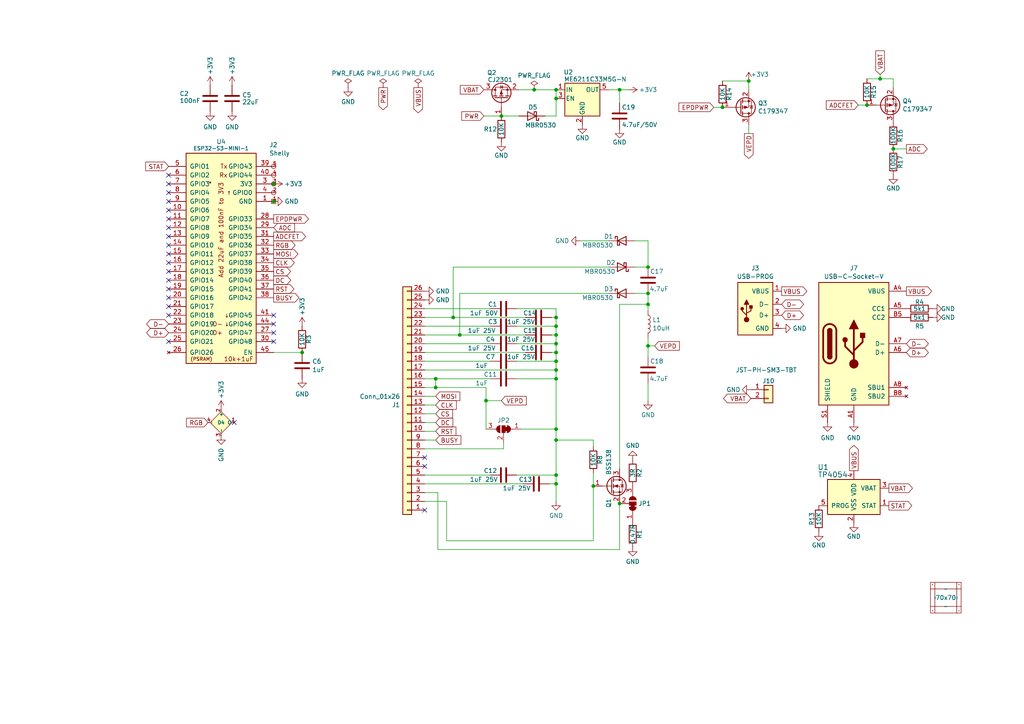
<source format=kicad_sch>
(kicad_sch (version 20230121) (generator eeschema)
  (paper "A4")
  (title_block (title "Waveshare EPD adapter") (rev "1") (comment 1 "@TheRealRevK") (comment 2 "www.me.uk"))
  (lib_symbols
    (symbol "Connector_Generic:Conn_01x02" (pin_names (offset 1.016) hide)
      (property "Reference" "J" (at 0 2.54 0))
      (property "Value" "Conn_01x02" (at 0 -5.08 0))
      (symbol "Conn_01x02_1_1"
        (pin passive line (at -5.08 0 0) (length 3.81) (name "Pin_1") (number "1"))
        (pin passive line (at -5.08 -2.54 0) (length 3.81) (name "Pin_2") (number "2"))
      )
    )
    (symbol "Connector_Generic:Conn_01x26" (pin_names (offset 1.016) hide)
      (property "Reference" "J" (at 0 33.02 0))
      (property "Value" "Conn_01x26" (at 0 -35.56 0))
      (symbol "Conn_01x26_1_1"
        (pin passive line (at -5.08 30.48 0) (length 3.81) (name "Pin_1") (number "1"))
        (pin passive line (at -5.08 7.62 0) (length 3.81) (name "Pin_10") (number "10"))
        (pin passive line (at -5.08 5.08 0) (length 3.81) (name "Pin_11") (number "11"))
        (pin passive line (at -5.08 2.54 0) (length 3.81) (name "Pin_12") (number "12"))
        (pin passive line (at -5.08 0 0) (length 3.81) (name "Pin_13") (number "13"))
        (pin passive line (at -5.08 -2.54 0) (length 3.81) (name "Pin_14") (number "14"))
        (pin passive line (at -5.08 -5.08 0) (length 3.81) (name "Pin_15") (number "15"))
        (pin passive line (at -5.08 -7.62 0) (length 3.81) (name "Pin_16") (number "16"))
        (pin passive line (at -5.08 -10.16 0) (length 3.81) (name "Pin_17") (number "17"))
        (pin passive line (at -5.08 -12.7 0) (length 3.81) (name "Pin_18") (number "18"))
        (pin passive line (at -5.08 -15.24 0) (length 3.81) (name "Pin_19") (number "19"))
        (pin passive line (at -5.08 27.94 0) (length 3.81) (name "Pin_2") (number "2"))
        (pin passive line (at -5.08 -17.78 0) (length 3.81) (name "Pin_20") (number "20"))
        (pin passive line (at -5.08 -20.32 0) (length 3.81) (name "Pin_21") (number "21"))
        (pin passive line (at -5.08 -22.86 0) (length 3.81) (name "Pin_22") (number "22"))
        (pin passive line (at -5.08 -25.4 0) (length 3.81) (name "Pin_23") (number "23"))
        (pin passive line (at -5.08 -27.94 0) (length 3.81) (name "Pin_24") (number "24"))
        (pin passive line (at -5.08 -30.48 0) (length 3.81) (name "Pin_25") (number "25"))
        (pin passive line (at -5.08 -33.02 0) (length 3.81) (name "Pin_26") (number "26"))
        (pin passive line (at -5.08 25.4 0) (length 3.81) (name "Pin_3") (number "3"))
        (pin passive line (at -5.08 22.86 0) (length 3.81) (name "Pin_4") (number "4"))
        (pin passive line (at -5.08 20.32 0) (length 3.81) (name "Pin_5") (number "5"))
        (pin passive line (at -5.08 17.78 0) (length 3.81) (name "Pin_6") (number "6"))
        (pin passive line (at -5.08 15.24 0) (length 3.81) (name "Pin_7") (number "7"))
        (pin passive line (at -5.08 12.7 0) (length 3.81) (name "Pin_8") (number "8"))
        (pin passive line (at -5.08 10.16 0) (length 3.81) (name "Pin_9") (number "9"))
      )
    )
    (symbol "Device:C" (pin_numbers hide) (pin_names (offset 0.254))
      (property "Reference" "C" (at 0.635 2.54 0))
      (property "Value" "C" (at 0.635 -2.54 0))
      (symbol "C_1_1"
        (pin passive line (at 0 3.81 270) (length 2.794) (name "~") (number "1"))
        (pin passive line (at 0 -3.81 90) (length 2.794) (name "~") (number "2"))
      )
    )
    (symbol "Device:D_Schottky" (pin_numbers hide) (pin_names (offset 1.016) hide)
      (property "Reference" "D" (at 0 2.54 0))
      (property "Value" "D_Schottky" (at 0 -2.54 0))
      (symbol "D_Schottky_1_1"
        (pin passive line (at -3.81 0 0) (length 2.54) (name "K") (number "1"))
        (pin passive line (at 3.81 0 180) (length 2.54) (name "A") (number "2"))
      )
    )
    (symbol "Device:L" (pin_numbers hide) (pin_names (offset 1.016) hide)
      (property "Reference" "L" (at -1.27 0 90))
      (property "Value" "L" (at 1.905 0 90))
      (symbol "L_1_1"
        (pin passive line (at 0 3.81 270) (length 1.27) (name "1") (number "1"))
        (pin passive line (at 0 -3.81 90) (length 1.27) (name "2") (number "2"))
      )
    )
    (symbol "Device:Q_PMOS_GSD" (pin_names (offset 0) hide)
      (property "Reference" "Q" (at 5.08 1.27 0))
      (property "Value" "Q_PMOS_GSD" (at 5.08 -1.27 0))
      (symbol "Q_PMOS_GSD_1_1"
        (pin input line (at -5.08 0 0) (length 2.54) (name "G") (number "1"))
        (pin passive line (at 2.54 -5.08 90) (length 2.54) (name "S") (number "2"))
        (pin passive line (at 2.54 5.08 270) (length 2.54) (name "D") (number "3"))
      )
    )
    (symbol "Device:R" (pin_numbers hide) (pin_names (offset 0))
      (property "Reference" "R" (at 2.032 0 90))
      (property "Value" "R" (at 0 0 90))
      (symbol "R_1_1"
        (pin passive line (at 0 3.81 270) (length 1.27) (name "~") (number "1"))
        (pin passive line (at 0 -3.81 90) (length 1.27) (name "~") (number "2"))
      )
    )
    (symbol "Diode:1N5819" (pin_numbers hide) (pin_names (offset 1.016) hide)
      (property "Reference" "D" (at 0 2.54 0))
      (property "Value" "1N5819" (at 0 -2.54 0))
      (symbol "1N5819_1_1"
        (pin passive line (at -3.81 0 0) (length 2.54) (name "K") (number "1"))
        (pin passive line (at 3.81 0 180) (length 2.54) (name "A") (number "2"))
      )
    )
    (symbol "Jumper:SolderJumper_3_Bridged12" (pin_names (offset 0) hide)
      (property "Reference" "JP" (at -2.54 -2.54 0))
      (property "Value" "SolderJumper_3_Bridged12" (at 0 2.794 0))
      (symbol "SolderJumper_3_Bridged12_1_1"
        (pin passive line (at -5.08 0 0) (length 2.54) (name "A") (number "1"))
        (pin passive line (at 0 -3.81 90) (length 2.54) (name "C") (number "2"))
        (pin passive line (at 5.08 0 180) (length 2.54) (name "B") (number "3"))
      )
    )
    (symbol "Regulator_Linear:TLV70033_SOT23-5" (pin_names (offset 0.254))
      (property "Reference" "U" (at -3.81 5.715 0))
      (property "Value" "TLV70033_SOT23-5" (at 0 5.715 0))
      (symbol "TLV70033_SOT23-5_1_1"
        (pin power_in line (at -7.62 2.54 0) (length 2.54) (name "IN") (number "1"))
        (pin power_in line (at 0 -7.62 90) (length 2.54) (name "GND") (number "2"))
        (pin input line (at -7.62 0 0) (length 2.54) (name "EN") (number "3"))
        (pin no_connect line (at 5.08 0 180) (length 2.54) hide (name "NC") (number "4"))
        (pin power_out line (at 7.62 2.54 180) (length 2.54) (name "OUT") (number "5"))
      )
    )
    (symbol "RevK:ESP32-S3-MINI-1-N4R2" (pin_names (offset 1.016))
      (property "Reference" "U" (at 0 27.94 0))
      (property "Value" "ESP32-S3-MINI-1-N4R2" (at 0 31.115 0))
      (symbol "ESP32-S3-MINI-1-N4R2_1_1"
        (text "(PSRAM)" (at -5.715 -29.21 0) (effects (font (size 1 1))))
        (text "*" (at -3.175 21.59 0) (effects (font (size 1.27 1.27))))
        (text "10k+1uF" (at 5.08 -29.21 0) (effects (font (size 1.27 1.27))))
        (text "Add 22uF and 100nF to 3V3" (at 0 8.255 900) (effects (font (size 1.27 1.27))))
        (text "D+" (at -2.54 -21.59 0) (effects (font (size 1.27 1.27)) (justify left)))
        (text "D-" (at -2.54 -19.05 0) (effects (font (size 1.27 1.27)) (justify left)))
        (text "Rx" (at 1.905 24.13 0) (effects (font (size 1.27 1.27)) (justify right)))
        (text "Tx" (at 1.905 26.67 0) (effects (font (size 1.27 1.27)) (justify right)))
        (text "↑" (at 3.175 19.05 0) (effects (font (size 1.27 1.27)) (justify right)))
        (text "↓" (at 2.54 -19.05 0) (effects (font (size 1.27 1.27)) (justify right)))
        (text "↓" (at 2.54 -16.51 0) (effects (font (size 1.27 1.27)) (justify right)))
        (pin power_in line (at 15.24 16.51 180) (length 5.08) (name "GND") (number "1"))
        (pin passive line (at -15.24 13.97 0) (length 5.08) (name "GPIO6") (number "10"))
        (pin passive line (at -15.24 11.43 0) (length 5.08) (name "GPIO7") (number "11"))
        (pin passive line (at -15.24 8.89 0) (length 5.08) (name "GPIO8") (number "12"))
        (pin passive line (at -15.24 6.35 0) (length 5.08) (name "GPIO9") (number "13"))
        (pin passive line (at -15.24 3.81 0) (length 5.08) (name "GPIO10") (number "14"))
        (pin passive line (at -15.24 1.27 0) (length 5.08) (name "GPIO11") (number "15"))
        (pin passive line (at -15.24 -1.27 0) (length 5.08) (name "GPIO12") (number "16"))
        (pin passive line (at -15.24 -3.81 0) (length 5.08) (name "GPIO13") (number "17"))
        (pin passive line (at -15.24 -6.35 0) (length 5.08) (name "GPIO14") (number "18"))
        (pin passive line (at -15.24 -8.89 0) (length 5.08) (name "GPIO15") (number "19"))
        (pin power_in line (at 15.24 16.51 180) (length 5.08) hide (name "GND") (number "2"))
        (pin passive line (at -15.24 -11.43 0) (length 5.08) (name "GPIO16") (number "20"))
        (pin passive line (at -15.24 -13.97 0) (length 5.08) (name "GPIO17") (number "21"))
        (pin passive line (at -15.24 -16.51 0) (length 5.08) (name "GPIO18") (number "22"))
        (pin passive line (at -15.24 -19.05 0) (length 5.08) (name "GPIO19") (number "23"))
        (pin passive line (at -15.24 -21.59 0) (length 5.08) (name "GPIO20") (number "24"))
        (pin passive line (at -15.24 -24.13 0) (length 5.08) (name "GPIO21") (number "25"))
        (pin no_connect line (at -15.24 -27.305 0) (length 5.08) (name "GPIO26") (number "26"))
        (pin passive line (at 15.24 -21.59 180) (length 5.08) (name "GPIO47") (number "27"))
        (pin passive line (at 15.24 11.43 180) (length 5.08) (name "GPIO33") (number "28"))
        (pin passive line (at 15.24 8.89 180) (length 5.08) (name "GPIO34") (number "29"))
        (pin power_in line (at 15.24 21.59 180) (length 5.08) (name "3V3") (number "3"))
        (pin passive line (at 15.24 -24.13 180) (length 5.08) (name "GPIO48") (number "30"))
        (pin passive line (at 15.24 6.35 180) (length 5.08) (name "GPIO35") (number "31"))
        (pin passive line (at 15.24 3.81 180) (length 5.08) (name "GPIO36") (number "32"))
        (pin passive line (at 15.24 1.27 180) (length 5.08) (name "GPIO37") (number "33"))
        (pin passive line (at 15.24 -1.27 180) (length 5.08) (name "GPIO38") (number "34"))
        (pin passive line (at 15.24 -3.81 180) (length 5.08) (name "GPIO39") (number "35"))
        (pin passive line (at 15.24 -6.35 180) (length 5.08) (name "GPIO40") (number "36"))
        (pin passive line (at 15.24 -8.89 180) (length 5.08) (name "GPIO41") (number "37"))
        (pin passive line (at 15.24 -11.43 180) (length 5.08) (name "GPIO42") (number "38"))
        (pin passive line (at 15.24 26.67 180) (length 5.08) (name "GPIO43") (number "39"))
        (pin passive line (at 15.24 19.05 180) (length 5.08) (name "GPIO0") (number "4"))
        (pin passive line (at 15.24 24.13 180) (length 5.08) (name "GPIO44") (number "40"))
        (pin passive line (at 15.24 -16.51 180) (length 5.08) (name "GPIO45") (number "41"))
        (pin power_in line (at 15.24 16.51 180) (length 5.08) hide (name "GND") (number "42"))
        (pin power_in line (at 15.24 16.51 180) (length 5.08) hide (name "GND") (number "43"))
        (pin passive line (at 15.24 -19.05 180) (length 5.08) (name "GPIO46") (number "44"))
        (pin input line (at 15.24 -27.305 180) (length 5.08) (name "EN") (number "45"))
        (pin power_in line (at 15.24 16.51 180) (length 5.08) hide (name "GND") (number "46"))
        (pin power_in line (at 15.24 16.51 180) (length 5.08) hide (name "GND") (number "47"))
        (pin power_in line (at 15.24 16.51 180) (length 5.08) hide (name "GND") (number "48"))
        (pin power_in line (at 15.24 16.51 180) (length 5.08) hide (name "GND") (number "49"))
        (pin passive line (at -15.24 26.67 0) (length 5.08) (name "GPIO1") (number "5"))
        (pin power_in line (at 15.24 16.51 180) (length 5.08) hide (name "GND") (number "50"))
        (pin power_in line (at 15.24 16.51 180) (length 5.08) hide (name "GND") (number "51"))
        (pin power_in line (at 15.24 16.51 180) (length 5.08) hide (name "GND") (number "52"))
        (pin power_in line (at 15.24 16.51 180) (length 5.08) hide (name "GND") (number "53"))
        (pin power_in line (at 15.24 16.51 180) (length 5.08) hide (name "GND") (number "54"))
        (pin power_in line (at 15.24 16.51 180) (length 5.08) hide (name "GND") (number "55"))
        (pin power_in line (at 15.24 16.51 180) (length 5.08) hide (name "GND") (number "56"))
        (pin power_in line (at 15.24 16.51 180) (length 5.08) hide (name "GND") (number "57"))
        (pin power_in line (at 15.24 16.51 180) (length 5.08) hide (name "GND") (number "58"))
        (pin power_in line (at 15.24 16.51 180) (length 5.08) hide (name "GND") (number "59"))
        (pin passive line (at -15.24 24.13 0) (length 5.08) (name "GPIO2") (number "6"))
        (pin power_in line (at 15.24 16.51 180) (length 5.08) hide (name "GND") (number "60"))
        (pin power_in line (at 15.24 16.51 180) (length 5.08) hide (name "GND") (number "61"))
        (pin power_in line (at 15.24 16.51 180) (length 5.08) hide (name "GND") (number "62"))
        (pin power_in line (at 15.24 16.51 180) (length 5.08) hide (name "GND") (number "63"))
        (pin power_in line (at 15.24 16.51 180) (length 5.08) hide (name "GND") (number "64"))
        (pin power_in line (at 15.24 16.51 180) (length 5.08) hide (name "GND") (number "65"))
        (pin passive line (at -15.24 21.59 0) (length 5.08) (name "GPIO3") (number "7"))
        (pin passive line (at -15.24 19.05 0) (length 5.08) (name "GPIO4") (number "8"))
        (pin passive line (at -15.24 16.51 0) (length 5.08) (name "GPIO5") (number "9"))
      )
    )
    (symbol "RevK:PCB" (in_bom no)
      (property "Value" "XxY" (at 0 0 0))
    )
    (symbol "RevK:Shelly" (in_bom no)
      (property "Reference" "J" (at 2.54 -8.255 0))
      (property "Value" "Shelly" (at 2.54 9.525 0))
      (symbol "Shelly_1_1"
        (pin passive line (at 0 -5.08 0) (length 0.64) (name "GND") (number "1"))
        (pin passive line (at 0 -2.54 0) (length 0.64) (name "0") (number "2"))
        (pin passive line (at 0 0 0) (length 0.64) (name "3V3") (number "3"))
        (pin passive line (at 0 2.54 0) (length 0.64) (name "Rx") (number "4"))
        (pin passive line (at 0 5.08 0) (length 0.64) (name "Tx") (number "5"))
      )
    )
    (symbol "RevK:USB-C-Socket-H" (pin_names (offset 1.016))
      (property "Reference" "J" (at -10.16 19.05 0))
      (property "Value" "USB-C-Socket-V" (at 0.635 12.7 0))
      (symbol "USB-C-Socket-H_1_1"
        (pin passive line (at 0 -22.86 90) (length 5.08) (name "GND") (number "A1"))
        (pin passive line (at 0 -22.86 90) (length 5.08) hide (name "GND") (number "A12"))
        (pin passive line (at 15.24 15.24 180) (length 5.08) (name "VBUS") (number "A4"))
        (pin bidirectional line (at 15.24 10.16 180) (length 5.08) (name "CC1") (number "A5"))
        (pin bidirectional line (at 15.24 -2.54 180) (length 5.08) (name "D+") (number "A6"))
        (pin bidirectional line (at 15.24 0 180) (length 5.08) (name "D-") (number "A7"))
        (pin no_connect line (at 15.24 -12.7 180) (length 5.08) (name "SBU1") (number "A8"))
        (pin passive line (at 15.24 15.24 180) (length 5.08) hide (name "VBUS") (number "A9"))
        (pin passive line (at 0 -22.86 90) (length 5.08) hide (name "GND") (number "B1"))
        (pin passive line (at 0 -22.86 90) (length 5.08) hide (name "GND") (number "B12"))
        (pin passive line (at 15.24 15.24 180) (length 5.08) hide (name "VBUS") (number "B4"))
        (pin bidirectional line (at 15.24 7.62 180) (length 5.08) (name "CC2") (number "B5"))
        (pin bidirectional line (at 15.24 -2.54 180) (length 5.08) hide (name "D+") (number "B6"))
        (pin bidirectional line (at 15.24 0 180) (length 5.08) hide (name "D-") (number "B7"))
        (pin no_connect line (at 15.24 -15.24 180) (length 5.08) (name "SBU2") (number "B8"))
        (pin passive line (at 15.24 15.24 180) (length 5.08) hide (name "VBUS") (number "B9"))
        (pin passive line (at -7.62 -22.86 90) (length 5.08) (name "SHIELD") (number "S1"))
      )
    )
    (symbol "RevK:USB-PROG" (pin_names (offset 1.016)) (in_bom no)
      (property "Reference" "J" (at -5.08 11.43 0))
      (property "Value" "USB-PROG" (at -5.08 8.89 0))
      (symbol "USB-PROG_1_1"
        (pin passive line (at 7.62 5.08 180) (length 2.54) (name "VBUS") (number "1"))
        (pin bidirectional line (at 7.62 1.27 180) (length 2.54) (name "D-") (number "2"))
        (pin bidirectional line (at 7.62 -1.905 180) (length 2.54) (name "D+") (number "3"))
        (pin passive line (at 7.62 -5.715 180) (length 2.54) (name "GND") (number "4"))
      )
    )
    (symbol "RevK:VCUT" (in_bom no))
    (symbol "RevK:WS2812B-1mm" (pin_names (offset 0.254))
      (property "Reference" "D" (at 0 0 0))
      (symbol "WS2812B-1mm_1_1"
        (pin output line (at 3.81 0 180) (length 0.5) (name "O") (number "1"))
        (pin power_in line (at 0 -3.81 90) (length 0.5) (name "+") (number "2"))
        (pin power_in line (at 0 3.81 270) (length 0.5) (name "-") (number "3"))
        (pin input line (at -3.81 0 0) (length 0.5) (name "I") (number "4"))
      )
    )
    (symbol "Transistor_FET:BSS138" (pin_names hide)
      (property "Reference" "Q" (at 5.08 1.905 0))
      (property "Value" "BSS138" (at 5.08 0 0))
      (symbol "BSS138_1_1"
        (pin input line (at -5.08 0 0) (length 2.54) (name "G") (number "1"))
        (pin passive line (at 2.54 -5.08 90) (length 2.54) (name "S") (number "2"))
        (pin passive line (at 2.54 5.08 270) (length 2.54) (name "D") (number "3"))
      )
    )
    (symbol "Transistor_FET:BSS83P" (pin_names hide)
      (property "Reference" "Q" (at 5.08 1.905 0))
      (property "Value" "BSS83P" (at 5.08 0 0))
      (symbol "BSS83P_1_1"
        (pin input line (at -5.08 0 0) (length 2.54) (name "G") (number "1"))
        (pin passive line (at 2.54 -5.08 90) (length 2.54) (name "S") (number "2"))
        (pin passive line (at 2.54 5.08 270) (length 2.54) (name "D") (number "3"))
      )
    )
    (symbol "Watchy-rescue:MCP73831-2-OT-Battery_Management" (pin_names (offset 1.016))
      (property "Reference" "U" (at -7.62 6.35 0))
      (property "Value" "Battery_Management_MCP73831-2-OT" (at 1.27 6.35 0))
      (symbol "MCP73831-2-OT-Battery_Management_1_1"
        (pin output line (at 10.16 -2.54 180) (length 2.54) (name "STAT") (number "1"))
        (pin power_in line (at 0 -7.62 90) (length 2.54) (name "VSS") (number "2"))
        (pin power_out line (at 10.16 2.54 180) (length 2.54) (name "VBAT") (number "3"))
        (pin power_in line (at 0 7.62 270) (length 2.54) (name "VDD") (number "4"))
        (pin input line (at -10.16 -2.54 0) (length 2.54) (name "PROG") (number "5"))
      )
    )
    (symbol "power:+3V3" (power) (pin_names (offset 0))
      (property "Value" "+3V3" (at 0 3.556 0))
      (symbol "+3V3_1_1"
        (pin power_in line (at 0 0 90) (length 0) hide (name "+3V3") (number "1"))
      )
    )
    (symbol "power:GND" (power) (pin_names (offset 0))
      (property "Value" "GND" (at 0 -3.81 0))
      (symbol "GND_1_1"
        (pin power_in line (at 0 0 270) (length 0) hide (name "GND") (number "1"))
      )
    )
    (symbol "power:PWR_FLAG" (power) (pin_numbers hide) (pin_names (offset 0) hide)
      (property "Value" "PWR_FLAG" (at 0 3.81 0))
      (symbol "PWR_FLAG_0_0"
        (pin power_out line (at 0 0 90) (length 0) (name "pwr") (number "1"))
      )
    )
  )
  (junction (at 133.35 97.155))
  (junction (at 187.96 100.33))
  (junction (at 255.27 22.86))
  (junction (at 87.63 102.235))
  (junction (at 79.375 53.34))
  (junction (at 161.29 97.155))
  (junction (at 161.29 92.075))
  (junction (at 187.96 85.09))
  (junction (at 126.365 109.855))
  (junction (at 161.29 140.335))
  (junction (at 161.29 94.615))
  (junction (at 161.29 137.795))
  (junction (at 161.29 109.855))
  (junction (at 187.96 88.265))
  (junction (at 79.375 58.42))
  (junction (at 161.29 28.575))
  (junction (at 161.29 102.235))
  (junction (at 145.415 33.655))
  (junction (at 217.17 23.495))
  (junction (at 154.94 26.035))
  (junction (at 259.08 43.18))
  (junction (at 161.29 107.315))
  (junction (at 172.085 140.97))
  (junction (at 126.365 112.395))
  (junction (at 251.46 30.48))
  (junction (at 140.97 116.205))
  (junction (at 131.445 92.075))
  (junction (at 179.705 146.05))
  (junction (at 187.96 77.47))
  (junction (at 161.29 99.695))
  (junction (at 161.29 124.46))
  (junction (at 161.29 104.775))
  (junction (at 161.29 127.635))
  (junction (at 179.705 26.035))
  (junction (at 161.29 26.035))
  (junction (at 209.55 31.115))
  (no_connect (at 48.895 78.74))
  (no_connect (at 48.895 63.5))
  (no_connect (at 123.19 147.955))
  (no_connect (at 48.895 76.2))
  (no_connect (at 48.895 55.88))
  (no_connect (at 123.19 135.255))
  (no_connect (at 48.895 91.44))
  (no_connect (at 67.945 122.555))
  (no_connect (at 79.375 91.44))
  (no_connect (at 79.375 99.06))
  (no_connect (at 48.895 53.34))
  (no_connect (at 48.895 81.28))
  (no_connect (at 48.895 50.8))
  (no_connect (at 48.895 88.9))
  (no_connect (at 48.895 83.82))
  (no_connect (at 48.895 71.12))
  (no_connect (at 48.895 99.06))
  (no_connect (at 123.19 132.715))
  (no_connect (at 48.895 68.58))
  (no_connect (at 48.895 58.42))
  (no_connect (at 79.375 93.98))
  (no_connect (at 48.895 66.04))
  (no_connect (at 79.375 96.52))
  (no_connect (at 48.895 60.96))
  (no_connect (at 48.895 86.36))
  (no_connect (at 48.895 73.66))
  (wire (pts (xy 129.54 156.845) (xy 172.085 156.845)))
  (wire (pts (xy 179.705 88.265) (xy 179.705 135.89)))
  (wire (pts (xy 160.02 97.155) (xy 161.29 97.155)))
  (wire (pts (xy 140.97 116.205) (xy 140.97 124.46)))
  (wire (pts (xy 149.86 109.855) (xy 161.29 109.855)))
  (wire (pts (xy 172.085 140.97) (xy 172.085 156.845)))
  (wire (pts (xy 187.96 97.79) (xy 187.96 100.33)))
  (wire (pts (xy 127 159.385) (xy 179.705 159.385)))
  (wire (pts (xy 217.17 23.495) (xy 209.55 23.495)))
  (wire (pts (xy 161.29 127.635) (xy 161.29 137.795)))
  (wire (pts (xy 187.96 88.265) (xy 187.96 90.17)))
  (wire (pts (xy 133.35 85.09) (xy 176.53 85.09)))
  (wire (pts (xy 123.19 104.775) (xy 142.24 104.775)))
  (wire (pts (xy 123.19 107.315) (xy 161.29 107.315)))
  (wire (pts (xy 131.445 92.075) (xy 152.4 92.075)))
  (wire (pts (xy 161.29 102.235) (xy 161.29 99.695)))
  (wire (pts (xy 259.08 22.86) (xy 255.27 22.86)))
  (wire (pts (xy 161.29 97.155) (xy 161.29 94.615)))
  (wire (pts (xy 123.19 114.935) (xy 126.365 114.935)))
  (wire (pts (xy 172.085 129.54) (xy 172.085 127.635)))
  (wire (pts (xy 123.19 142.875) (xy 127 142.875)))
  (wire (pts (xy 179.705 146.05) (xy 179.705 159.385)))
  (wire (pts (xy 146.05 130.175) (xy 146.05 128.27)))
  (wire (pts (xy 184.15 77.47) (xy 187.96 77.47)))
  (wire (pts (xy 184.15 85.09) (xy 187.96 85.09)))
  (wire (pts (xy 123.19 92.075) (xy 131.445 92.075)))
  (wire (pts (xy 161.29 140.335) (xy 161.29 145.415)))
  (wire (pts (xy 140.335 33.655) (xy 145.415 33.655)))
  (wire (pts (xy 161.29 140.335) (xy 159.385 140.335)))
  (wire (pts (xy 179.705 26.035) (xy 182.245 26.035)))
  (wire (pts (xy 123.19 109.855) (xy 126.365 109.855)))
  (wire (pts (xy 150.495 33.655) (xy 145.415 33.655)))
  (wire (pts (xy 255.27 21.59) (xy 255.27 22.86)))
  (wire (pts (xy 161.29 102.235) (xy 161.29 104.775)))
  (wire (pts (xy 158.115 33.655) (xy 161.29 33.655)))
  (wire (pts (xy 151.13 124.46) (xy 161.29 124.46)))
  (wire (pts (xy 149.86 94.615) (xy 161.29 94.615)))
  (wire (pts (xy 168.275 69.85) (xy 176.53 69.85)))
  (wire (pts (xy 161.29 99.695) (xy 161.29 97.155)))
  (wire (pts (xy 160.02 102.235) (xy 161.29 102.235)))
  (wire (pts (xy 187.96 85.09) (xy 187.96 88.265)))
  (wire (pts (xy 248.92 30.48) (xy 251.46 30.48)))
  (wire (pts (xy 161.29 124.46) (xy 161.29 127.635)))
  (wire (pts (xy 123.19 102.235) (xy 152.4 102.235)))
  (wire (pts (xy 149.86 99.695) (xy 161.29 99.695)))
  (wire (pts (xy 123.19 127.635) (xy 126.365 127.635)))
  (wire (pts (xy 161.29 26.035) (xy 161.29 28.575)))
  (wire (pts (xy 123.19 130.175) (xy 146.05 130.175)))
  (wire (pts (xy 172.085 137.16) (xy 172.085 140.97)))
  (wire (pts (xy 161.29 28.575) (xy 161.29 33.655)))
  (wire (pts (xy 133.35 97.155) (xy 152.4 97.155)))
  (wire (pts (xy 179.705 26.035) (xy 179.705 29.845)))
  (wire (pts (xy 123.19 120.015) (xy 126.365 120.015)))
  (wire (pts (xy 207.01 31.115) (xy 209.55 31.115)))
  (wire (pts (xy 255.27 22.86) (xy 251.46 22.86)))
  (wire (pts (xy 176.53 26.035) (xy 179.705 26.035)))
  (wire (pts (xy 79.375 102.235) (xy 87.63 102.235)))
  (wire (pts (xy 160.02 92.075) (xy 161.29 92.075)))
  (wire (pts (xy 123.19 122.555) (xy 126.365 122.555)))
  (wire (pts (xy 217.17 26.035) (xy 217.17 23.495)))
  (wire (pts (xy 131.445 92.075) (xy 131.445 77.47)))
  (wire (pts (xy 187.96 69.85) (xy 187.96 77.47)))
  (wire (pts (xy 149.86 104.775) (xy 161.29 104.775)))
  (wire (pts (xy 172.085 127.635) (xy 161.29 127.635)))
  (wire (pts (xy 123.19 89.535) (xy 142.24 89.535)))
  (wire (pts (xy 187.96 100.33) (xy 187.96 103.505)))
  (wire (pts (xy 150.495 26.035) (xy 154.94 26.035)))
  (wire (pts (xy 133.35 97.155) (xy 133.35 85.09)))
  (wire (pts (xy 187.96 111.125) (xy 187.96 116.205)))
  (wire (pts (xy 123.19 140.335) (xy 151.765 140.335)))
  (wire (pts (xy 123.19 137.795) (xy 142.24 137.795)))
  (wire (pts (xy 217.17 36.195) (xy 217.17 38.735)))
  (wire (pts (xy 161.29 109.855) (xy 161.29 124.46)))
  (wire (pts (xy 123.19 94.615) (xy 142.24 94.615)))
  (wire (pts (xy 123.19 99.695) (xy 142.24 99.695)))
  (wire (pts (xy 123.19 97.155) (xy 133.35 97.155)))
  (wire (pts (xy 161.29 109.855) (xy 161.29 107.315)))
  (wire (pts (xy 126.365 109.855) (xy 126.365 112.395)))
  (wire (pts (xy 123.19 117.475) (xy 126.365 117.475)))
  (wire (pts (xy 184.15 69.85) (xy 187.96 69.85)))
  (wire (pts (xy 123.19 145.415) (xy 129.54 145.415)))
  (wire (pts (xy 161.29 89.535) (xy 149.86 89.535)))
  (wire (pts (xy 145.415 116.205) (xy 140.97 116.205)))
  (wire (pts (xy 161.29 92.075) (xy 161.29 89.535)))
  (wire (pts (xy 161.29 94.615) (xy 161.29 92.075)))
  (wire (pts (xy 123.19 112.395) (xy 126.365 112.395)))
  (wire (pts (xy 126.365 109.855) (xy 142.24 109.855)))
  (wire (pts (xy 161.29 137.795) (xy 149.86 137.795)))
  (wire (pts (xy 187.96 88.265) (xy 179.705 88.265)))
  (wire (pts (xy 259.08 25.4) (xy 259.08 22.86)))
  (wire (pts (xy 140.97 112.395) (xy 140.97 116.205)))
  (wire (pts (xy 129.54 145.415) (xy 129.54 156.845)))
  (wire (pts (xy 127 142.875) (xy 127 159.385)))
  (wire (pts (xy 187.96 100.33) (xy 189.865 100.33)))
  (wire (pts (xy 262.89 43.18) (xy 259.08 43.18)))
  (wire (pts (xy 154.94 26.035) (xy 161.29 26.035)))
  (wire (pts (xy 126.365 112.395) (xy 140.97 112.395)))
  (wire (pts (xy 123.19 125.095) (xy 126.365 125.095)))
  (wire (pts (xy 131.445 77.47) (xy 176.53 77.47)))
  (wire (pts (xy 161.29 104.775) (xy 161.29 107.315)))
  (wire (pts (xy 161.29 137.795) (xy 161.29 140.335)))
  (global_label "VBAT" (shape output) (at 257.81 141.605 0) (property "Intersheetrefs" "${INTERSHEET_REFS}" (effects hide)))
  (global_label "VEPD" (shape input) (at 189.865 100.33 0) (property "Intersheetrefs" "${INTERSHEET_REFS}" (effects hide)))
  (global_label "MOSI" (shape output) (at 79.375 73.66 0) (property "Intersheetrefs" "${INTERSHEET_REFS}" (effects hide)))
  (global_label "DC" (shape input) (at 126.365 122.555 0) (property "Intersheetrefs" "${INTERSHEET_REFS}" (effects hide)))
  (global_label "VBUS" (shape output) (at 226.695 84.455 0) (property "Intersheetrefs" "${INTERSHEET_REFS}" (effects hide)))
  (global_label "BUSY" (shape output) (at 79.375 86.36 0) (property "Intersheetrefs" "${INTERSHEET_REFS}" (effects hide)))
  (global_label "VBAT" (shape input) (at 255.27 21.59 90) (property "Intersheetrefs" "${INTERSHEET_REFS}" (effects hide)))
  (global_label "D+" (shape bidirectional) (at 262.89 102.235 0) (property "Intersheetrefs" "${INTERSHEET_REFS}" (effects hide)))
  (global_label "VBAT" (shape bidirectional) (at 217.805 115.57 180) (property "Intersheetrefs" "${INTERSHEET_REFS}" (effects hide)))
  (global_label "RGB" (shape input) (at 60.325 122.555 180) (property "Intersheetrefs" "${INTERSHEET_REFS}" (effects hide)))
  (global_label "CS" (shape input) (at 126.365 120.015 0) (property "Intersheetrefs" "${INTERSHEET_REFS}" (effects hide)))
  (global_label "EPDPWR" (shape output) (at 79.375 63.5 0) (property "Intersheetrefs" "${INTERSHEET_REFS}" (effects hide)))
  (global_label "VBAT" (shape input) (at 140.335 26.035 180) (property "Intersheetrefs" "${INTERSHEET_REFS}" (effects hide)))
  (global_label "DC" (shape output) (at 79.375 81.28 0) (property "Intersheetrefs" "${INTERSHEET_REFS}" (effects hide)))
  (global_label "D+" (shape bidirectional) (at 48.895 96.52 180) (property "Intersheetrefs" "${INTERSHEET_REFS}" (effects hide)))
  (global_label "PWR" (shape output) (at 111.125 25.4 270) (property "Intersheetrefs" "${INTERSHEET_REFS}" (effects hide)))
  (global_label "VEPD" (shape input) (at 145.415 116.205 0) (property "Intersheetrefs" "${INTERSHEET_REFS}" (effects hide)))
  (global_label "EPDPWR" (shape input) (at 207.01 31.115 180) (property "Intersheetrefs" "${INTERSHEET_REFS}" (effects hide)))
  (global_label "RST" (shape output) (at 79.375 83.82 0) (property "Intersheetrefs" "${INTERSHEET_REFS}" (effects hide)))
  (global_label "STAT" (shape input) (at 48.895 48.26 180) (property "Intersheetrefs" "${INTERSHEET_REFS}" (effects hide)))
  (global_label "PWR" (shape input) (at 140.335 33.655 180) (property "Intersheetrefs" "${INTERSHEET_REFS}" (effects hide)))
  (global_label "CS" (shape output) (at 79.375 78.74 0) (property "Intersheetrefs" "${INTERSHEET_REFS}" (effects hide)))
  (global_label "VBUS" (shape output) (at 121.285 25.4 270) (property "Intersheetrefs" "${INTERSHEET_REFS}" (effects hide)))
  (global_label "STAT" (shape output) (at 257.81 146.685 0) (property "Intersheetrefs" "${INTERSHEET_REFS}" (effects hide)))
  (global_label "D-" (shape bidirectional) (at 262.89 99.695 0) (property "Intersheetrefs" "${INTERSHEET_REFS}" (effects hide)))
  (global_label "CLK" (shape input) (at 126.365 117.475 0) (property "Intersheetrefs" "${INTERSHEET_REFS}" (effects hide)))
  (global_label "RGB" (shape output) (at 79.375 71.12 0) (property "Intersheetrefs" "${INTERSHEET_REFS}" (effects hide)))
  (global_label "D-" (shape bidirectional) (at 48.895 93.98 180) (property "Intersheetrefs" "${INTERSHEET_REFS}" (effects hide)))
  (global_label "VEPD" (shape output) (at 217.17 38.735 270) (property "Intersheetrefs" "${INTERSHEET_REFS}" (effects hide)))
  (global_label "ADCFET" (shape input) (at 248.92 30.48 180) (property "Intersheetrefs" "${INTERSHEET_REFS}" (effects hide)))
  (global_label "VBUS" (shape output) (at 262.89 84.455 0) (property "Intersheetrefs" "${INTERSHEET_REFS}" (effects hide)))
  (global_label "RST" (shape input) (at 126.365 125.095 0) (property "Intersheetrefs" "${INTERSHEET_REFS}" (effects hide)))
  (global_label "D+" (shape bidirectional) (at 226.695 91.44 0) (property "Intersheetrefs" "${INTERSHEET_REFS}" (effects hide)))
  (global_label "ADCFET" (shape output) (at 79.375 68.58 0) (property "Intersheetrefs" "${INTERSHEET_REFS}" (effects hide)))
  (global_label "CLK" (shape output) (at 79.375 76.2 0) (property "Intersheetrefs" "${INTERSHEET_REFS}" (effects hide)))
  (global_label "D-" (shape bidirectional) (at 226.695 88.265 0) (property "Intersheetrefs" "${INTERSHEET_REFS}" (effects hide)))
  (global_label "MOSI" (shape input) (at 126.365 114.935 0) (property "Intersheetrefs" "${INTERSHEET_REFS}" (effects hide)))
  (global_label "BUSY" (shape input) (at 126.365 127.635 0) (property "Intersheetrefs" "${INTERSHEET_REFS}" (effects hide)))
  (global_label "ADC" (shape input) (at 79.375 66.04 0) (property "Intersheetrefs" "${INTERSHEET_REFS}" (effects hide)))
  (global_label "VBUS" (shape output) (at 247.65 136.525 90) (property "Intersheetrefs" "${INTERSHEET_REFS}" (effects hide)))
  (global_label "ADC" (shape output) (at 262.89 43.18 0) (property "Intersheetrefs" "${INTERSHEET_REFS}" (effects hide)))
  (symbol (lib_id "Transistor_FET:BSS138") (at 177.165 140.97 0) (unit 1)
    (property "Reference" "Q1" (at 176.53 147.32 90) (effects (justify left)))
    (property "Value" "BSS138" (at 176.53 137.795 90) (effects (justify left)))
    (property "Footprint" "RevK:SOT-23" (effects hide))
    (property "LCSC Part #" "C2938375" (effects hide))
    (property "JLCPCB Rotation Offset" "180" (effects hide))
  )
  (symbol (lib_id "power:GND") (at 100.965 25.4 0) (unit 1)
    (property "Reference" "#PWR029" (effects hide))
    (property "Value" "GND" (at 100.965 29.5331 0))
  )
  (symbol (lib_id "RevK:Shelly") (at 79.375 53.34 0) (unit 1) (in_bom no)
    (property "Reference" "J2" (at 78.105 42.0258 0) (effects (justify left)))
    (property "Value" "Shelly" (at 78.105 44.45 0) (effects (justify left)))
    (property "Footprint" "RevK:Shelly" (effects hide))
  )
  (symbol (lib_id "Device:C") (at 156.21 102.235 90) (unit 1) (on_board no)
    (property "Reference" "C16" (at 153.035 100.965 90))
    (property "Value" "1uF 25V" (at 151.13 103.505 90))
    (property "Footprint" "RevK:C_0402" (effects hide))
  )
  (symbol (lib_id "power:GND") (at 161.29 145.415 0) (unit 1)
    (property "Reference" "#PWR017" (effects hide))
    (property "Value" "GND" (at 161.29 149.5481 0))
  )
  (symbol (lib_id "Transistor_FET:BSS83P") (at 145.415 28.575 90) (unit 1)
    (property "Reference" "Q2" (at 144.018 21.082 90) (effects (justify left)))
    (property "Value" "CJ2301" (at 148.717 23.114 90) (effects (justify left)))
    (property "Footprint" "RevK:SOT-23" (effects hide))
    (property "LCSC Part #" "C5224170" (effects hide))
    (property "JLCPCB Rotation Offset" "180" (effects hide))
  )
  (symbol (lib_id "power:+3V3") (at 60.96 24.765 0) (unit 1)
    (property "Reference" "#PWR06" (effects hide))
    (property "Value" "+3V3" (at 60.96 19.05 90))
  )
  (symbol (lib_id "Device:R") (at 183.515 154.94 0) (unit 1)
    (property "Reference" "R1" (at 185.42 154.94 90))
    (property "Value" "0.47R" (at 183.515 154.94 90))
    (property "Footprint" "RevK:R_0402" (effects hide))
  )
  (symbol (lib_id "Device:C") (at 146.05 104.775 90) (unit 1)
    (property "Reference" "C7" (at 142.24 103.505 90))
    (property "Value" "1uF" (at 139.7 106.045 90))
    (property "Footprint" "RevK:C_0402" (effects hide))
  )
  (symbol (lib_id "Diode:1N5819") (at 180.34 85.09 0) (unit 1)
    (property "Reference" "D3" (at 176.53 83.82 0))
    (property "Value" "MBR0530" (at 173.355 86.36 0))
    (property "Footprint" "RevK:D_SOD-123" (effects hide))
    (property "LCSC Part #" "C5204746" (effects hide))
  )
  (symbol (lib_id "power:GND") (at 145.415 41.275 0) (unit 1)
    (property "Reference" "#PWR023" (effects hide))
    (property "Value" "GND" (at 145.415 45.085 0))
  )
  (symbol (lib_id "Device:R") (at 251.46 26.67 0) (unit 1)
    (property "Reference" "R15" (at 253.365 26.67 90))
    (property "Value" "10K" (at 251.46 26.67 90))
    (property "Footprint" "RevK:R_0402" (effects hide))
  )
  (symbol (lib_id "power:GND") (at 168.275 69.85 270) (unit 1)
    (property "Reference" "#PWR018" (effects hide))
    (property "Value" "GND" (at 165.1001 69.85 90) (effects (justify right)))
  )
  (symbol (lib_id "Diode:1N5819") (at 180.34 77.47 180) (unit 1)
    (property "Reference" "D2" (at 177.165 76.2 0))
    (property "Value" "MBR0530" (at 173.99 78.74 0))
    (property "Footprint" "RevK:D_SOD-123" (effects hide))
    (property "LCSC Part #" "C5204746" (effects hide))
  )
  (symbol (lib_id "Device:C") (at 179.705 33.655 0) (unit 1)
    (property "Reference" "C19" (at 180.34 31.115 0) (effects (justify left)))
    (property "Value" "4.7uF/50V" (at 180.34 36.195 0) (effects (justify left)))
    (property "Footprint" "RevK:C_0805" (effects hide))
  )
  (symbol (lib_id "power:GND") (at 217.805 113.03 270) (unit 1)
    (property "Reference" "#PWR046" (effects hide))
    (property "Value" "GND" (at 212.725 113.03 90))
  )
  (symbol (lib_id "Device:Q_PMOS_GSD") (at 256.54 30.48 0) (mirror x) (unit 1)
    (property "Reference" "Q4" (at 261.747 29.3116 0) (effects (justify left)))
    (property "Value" "C179347" (at 261.747 31.623 0) (effects (justify left)))
    (property "Footprint" "RevK:SOT-323_SC-70" (effects hide))
    (property "Note" "Any P-Channel SOT323 that does 3.3V/0.5A" (effects hide))
    (property "LCSC Part #" "C179347" (effects hide))
  )
  (symbol (lib_id "Device:C") (at 146.05 89.535 90) (unit 1)
    (property "Reference" "C1" (at 142.875 88.265 90))
    (property "Value" "1uF 50V" (at 140.335 90.805 90))
    (property "Footprint" "RevK:C_0603" (effects hide))
  )
  (symbol (lib_id "RevK:USB-PROG") (at 219.075 89.535 0) (unit 1) (in_bom no)
    (property "Reference" "J3" (at 219.075 77.7707 0))
    (property "Value" "USB-PROG" (at 219.075 80.1949 0))
    (property "Footprint" "RevK:USB-PROG" (effects hide))
    (property "Datasheet" " ~" (effects hide))
  )
  (symbol (lib_id "Jumper:SolderJumper_3_Bridged12") (at 146.05 124.46 0) (mirror y) (unit 1) (in_bom no)
    (property "Reference" "JP2" (at 146.05 121.92 0))
    (property "Value" "SolderJumper_3_Bridged12" (effects hide))
    (property "Footprint" "RevK:SolderJumper3" (effects hide))
  )
  (symbol (lib_id "power:GND") (at 67.31 32.385 0) (unit 1)
    (property "Reference" "#PWR011" (effects hide))
    (property "Value" "GND" (at 67.31 36.8284 0))
  )
  (symbol (lib_id "power:GND") (at 270.51 89.535 90) (unit 1)
    (property "Reference" "#PWR037" (effects hide))
    (property "Value" "GND" (at 274.9534 89.535 90))
  )
  (symbol (lib_id "Connector_Generic:Conn_01x02") (at 222.885 113.03 0) (unit 1)
    (property "Reference" "J10" (at 222.885 110.49 0))
    (property "Value" "JST-PH-SM3-TBT" (at 222.25 107.315 0))
    (property "Footprint" "Connector_JST:JST_PH_B2B-PH-SM4-TB_1x02-1MP_P2.00mm_Vertical" (effects hide))
    (property "LCSC Part #" "C265003" (effects hide))
  )
  (symbol (lib_id "power:GND") (at 87.63 109.855 0) (unit 1)
    (property "Reference" "#PWR015" (effects hide))
    (property "Value" "GND" (at 87.63 114.2984 0))
  )
  (symbol (lib_id "Device:R") (at 259.08 39.37 0) (unit 1)
    (property "Reference" "R16" (at 261.112 39.37 90))
    (property "Value" "100K" (at 259.08 39.37 90))
    (property "Footprint" "RevK:R_0402" (effects hide))
  )
  (symbol (lib_id "RevK:WS2812B-1mm") (at 64.135 122.555 0) (mirror x) (unit 1)
    (property "Reference" "D4" (at 64.135 122.555 0) (effects (font (size 1 1))))
    (property "Value" "XL-1010RGBC-WS2812B" (effects hide))
    (property "Footprint" "RevK:SMD1010" (effects hide))
    (property "Datasheet" "https://datasheet.lcsc.com/lcsc/2301111010_XINGLIGHT-XL-1010RGBC-WS2812B_C5349953.pdf" (effects hide))
    (property "LCSC Part #" "C5349953" (effects hide))
  )
  (symbol (lib_id "power:PWR_FLAG") (at 111.125 25.4 0) (unit 1)
    (property "Reference" "#FLG02" (effects hide))
    (property "Value" "PWR_FLAG" (at 111.125 21.2669 0))
  )
  (symbol (lib_id "Device:D_Schottky") (at 154.305 33.655 180) (unit 1)
    (property "Reference" "D5" (at 154.559 31.115 0))
    (property "Value" "MBR0530" (at 156.845 36.322 0))
    (property "Footprint" "RevK:D_SOD-123" (effects hide))
  )
  (symbol (lib_id "power:GND") (at 168.91 36.195 0) (unit 1)
    (property "Reference" "#PWR034" (effects hide))
    (property "Value" "GND" (at 168.91 40.005 0))
  )
  (symbol (lib_id "Regulator_Linear:TLV70033_SOT23-5") (at 168.91 28.575 0) (unit 1)
    (property "Reference" "U2" (at 164.846 20.955 0))
    (property "Value" "ME6211C33M5G-N" (at 163.576 22.987 0) (effects (justify left)))
    (property "Footprint" "RevK:SOT-23-5" (effects hide))
    (property "LCSC Part #" "C82942" (effects hide))
    (property "JLCPCB Rotation Offset" "-90" (effects hide))
  )
  (symbol (lib_id "power:+3V3") (at 182.245 26.035 270) (unit 1)
    (property "Reference" "#PWR035" (effects hide))
    (property "Value" "+3V3" (at 187.96 26.035 90))
  )
  (symbol (lib_id "power:GND") (at 183.515 158.75 0) (unit 1)
    (property "Reference" "#PWR03" (effects hide))
    (property "Value" "GND" (at 183.515 162.8831 0))
  )
  (symbol (lib_id "power:GND") (at 79.375 58.42 90) (unit 1)
    (property "Reference" "#PWR013" (effects hide))
    (property "Value" "GND" (at 82.55 58.42 90) (effects (justify right)))
  )
  (symbol (lib_id "power:+3V3") (at 64.135 118.745 0) (unit 1)
    (property "Reference" "#PWR01" (effects hide))
    (property "Value" "+3V3" (at 64.135 113.03 90))
  )
  (symbol (lib_id "Device:C") (at 156.21 92.075 90) (unit 1)
    (property "Reference" "C14" (at 153.67 90.805 90))
    (property "Value" "1uF 25V" (at 151.13 93.345 90))
    (property "Footprint" "RevK:C_0402" (effects hide))
  )
  (symbol (lib_id "Device:R") (at 209.55 27.305 0) (unit 1)
    (property "Reference" "R14" (at 211.455 27.305 90))
    (property "Value" "10K" (at 209.55 27.305 90))
    (property "Footprint" "RevK:R_0402" (effects hide))
  )
  (symbol (lib_id "power:+3V3") (at 87.63 94.615 0) (unit 1)
    (property "Reference" "#PWR010" (effects hide))
    (property "Value" "+3V3" (at 87.63 88.9 90))
  )
  (symbol (lib_id "Device:R") (at 172.085 133.35 0) (unit 1)
    (property "Reference" "R8" (at 173.99 133.35 90))
    (property "Value" "10K" (at 172.085 133.35 90))
    (property "Footprint" "RevK:R_0402" (effects hide))
  )
  (symbol (lib_id "Device:C") (at 67.31 28.575 0) (unit 1)
    (property "Reference" "C5" (at 70.231 27.551 0) (effects (justify left)))
    (property "Value" "22uF" (at 70.231 29.599 0) (effects (justify left)))
    (property "Footprint" "RevK:C_0603" (effects hide))
  )
  (symbol (lib_id "Device:Q_PMOS_GSD") (at 214.63 31.115 0) (mirror x) (unit 1)
    (property "Reference" "Q3" (at 219.837 29.9466 0) (effects (justify left)))
    (property "Value" "C179347" (at 219.837 32.258 0) (effects (justify left)))
    (property "Footprint" "RevK:SOT-323_SC-70" (effects hide))
    (property "Note" "Any P-Channel SOT323 that does 3.3V/0.5A" (effects hide))
    (property "LCSC Part #" "C179347" (effects hide))
  )
  (symbol (lib_id "Device:R") (at 237.49 150.495 180) (unit 1)
    (property "Reference" "R13" (at 235.458 150.495 90))
    (property "Value" "10K" (at 237.49 150.495 90))
    (property "Footprint" "RevK:R_0402" (effects hide))
  )
  (symbol (lib_id "Device:C") (at 146.05 137.795 90) (unit 1)
    (property "Reference" "C12" (at 142.24 136.525 90))
    (property "Value" "1uF 25V" (at 140.335 139.065 90))
    (property "Footprint" "RevK:C_0402" (effects hide))
  )
  (symbol (lib_id "Device:C") (at 146.05 94.615 90) (unit 1)
    (property "Reference" "C3" (at 142.875 93.345 90))
    (property "Value" "1uF 25V" (at 139.7 95.885 90))
    (property "Footprint" "RevK:C_0402" (effects hide))
  )
  (symbol (lib_id "RevK:PCB") (at 274.32 173.355 0) (unit 1) (in_bom no)
    (property "Reference" "PCB1" (effects hide))
    (property "Value" "70x70" (at 274.32 173.355 0))
    (property "Footprint" "RevK:PCB7070" (effects hide))
  )
  (symbol (lib_id "power:GND") (at 60.96 32.385 0) (unit 1)
    (property "Reference" "#PWR05" (effects hide))
    (property "Value" "GND" (at 60.96 36.8284 0))
  )
  (symbol (lib_id "power:GND") (at 123.19 86.995 90) (unit 1)
    (property "Reference" "#PWR09" (effects hide))
    (property "Value" "GND" (at 126.3649 86.995 90) (effects (justify right)))
  )
  (symbol (lib_id "Device:C") (at 146.05 109.855 90) (unit 1)
    (property "Reference" "C11" (at 142.24 108.585 90))
    (property "Value" "1uF" (at 139.7 111.125 90))
    (property "Footprint" "RevK:C_0402" (effects hide))
  )
  (symbol (lib_id "Diode:1N5819") (at 180.34 69.85 0) (unit 1)
    (property "Reference" "D1" (at 176.53 68.58 0))
    (property "Value" "MBR0530" (at 173.355 71.12 0))
    (property "Footprint" "RevK:D_SOD-123" (effects hide))
    (property "LCSC Part #" "C5204746" (effects hide))
  )
  (symbol (lib_id "Device:R") (at 266.7 89.535 90) (unit 1)
    (property "Reference" "R4" (at 266.7 87.63 90))
    (property "Value" "5k1" (at 266.7 89.535 90))
    (property "Footprint" "RevK:R_0402" (effects hide))
  )
  (symbol (lib_id "power:+3V3") (at 217.17 23.495 0) (unit 1)
    (property "Reference" "#PWR039" (effects hide))
    (property "Value" "+3V3" (at 220.345 21.59 0))
  )
  (symbol (lib_id "power:GND") (at 247.65 151.765 0) (unit 1)
    (property "Reference" "#PWR033" (effects hide))
    (property "Value" "GND" (at 247.65 155.575 0))
  )
  (symbol (lib_id "power:GND") (at 123.19 84.455 90) (unit 1)
    (property "Reference" "#PWR08" (effects hide))
    (property "Value" "GND" (at 126.3649 84.455 90) (effects (justify right)))
  )
  (symbol (lib_id "Device:R") (at 259.08 46.99 0) (unit 1)
    (property "Reference" "R17" (at 261.112 46.99 90))
    (property "Value" "100K" (at 259.08 46.99 90))
    (property "Footprint" "RevK:R_0402" (effects hide))
  )
  (symbol (lib_id "Device:C") (at 187.96 81.28 180) (unit 1)
    (property "Reference" "C17" (at 190.5 78.74 0))
    (property "Value" "4.7uF" (at 191.135 83.82 0))
    (property "Footprint" "RevK:C_0402" (effects hide))
  )
  (symbol (lib_id "power:GND") (at 270.51 92.075 90) (unit 1)
    (property "Reference" "#PWR038" (effects hide))
    (property "Value" "GND" (at 274.9534 92.075 90))
  )
  (symbol (lib_id "power:PWR_FLAG") (at 121.285 25.4 0) (unit 1)
    (property "Reference" "#FLG04" (effects hide))
    (property "Value" "PWR_FLAG" (at 121.285 21.2669 0))
  )
  (symbol (lib_id "Device:R") (at 145.415 37.465 0) (unit 1)
    (property "Reference" "R12" (at 142.24 37.465 0))
    (property "Value" "10K" (at 145.415 37.465 90))
    (property "Footprint" "RevK:R_0402" (effects hide))
  )
  (symbol (lib_id "power:PWR_FLAG") (at 154.94 26.035 0) (unit 1)
    (property "Reference" "#FLG03" (effects hide))
    (property "Value" "PWR_FLAG" (at 154.94 21.9019 0))
  )
  (symbol (lib_id "power:GND") (at 247.65 122.555 0) (unit 1)
    (property "Reference" "#PWR032" (effects hide))
    (property "Value" "GND" (at 247.65 126.9984 0))
  )
  (symbol (lib_id "Device:R") (at 183.515 137.16 0) (unit 1)
    (property "Reference" "R2" (at 185.42 137.16 90))
    (property "Value" "3R" (at 183.515 137.16 90))
    (property "Footprint" "RevK:R_0402" (effects hide))
  )
  (symbol (lib_id "RevK:USB-C-Socket-H") (at 247.65 99.695 0) (unit 1)
    (property "Reference" "J7" (at 247.65 77.7707 0))
    (property "Value" "USB-C-Socket-V" (at 247.65 80.1949 0))
    (property "Footprint" "RevK:USB-C-Socket-H" (effects hide))
    (property "LCSC Part #" "C709357" (effects hide))
  )
  (symbol (lib_id "Jumper:SolderJumper_3_Bridged12") (at 183.515 146.05 270) (mirror x) (unit 1) (in_bom no)
    (property "Reference" "JP1" (at 185.1659 146.05 90) (effects (justify left)))
    (property "Value" "SolderJumper_3_Bridged12" (effects hide))
    (property "Footprint" "RevK:SolderJumper3" (effects hide))
  )
  (symbol (lib_id "power:GND") (at 240.03 122.555 0) (unit 1)
    (property "Reference" "#PWR027" (effects hide))
    (property "Value" "GND" (at 240.03 126.9984 0))
  )
  (symbol (lib_id "power:GND") (at 179.705 37.465 0) (unit 1)
    (property "Reference" "#PWR036" (effects hide))
    (property "Value" "GND" (at 179.705 41.275 0))
  )
  (symbol (lib_id "Device:C") (at 87.63 106.045 0) (unit 1)
    (property "Reference" "C6" (at 90.551 104.8329 0) (effects (justify left)))
    (property "Value" "1uF" (at 90.551 107.2571 0) (effects (justify left)))
    (property "Footprint" "RevK:C_0402" (effects hide))
  )
  (symbol (lib_id "Device:C") (at 156.21 97.155 90) (unit 1)
    (property "Reference" "C15" (at 153.67 95.885 90))
    (property "Value" "1uF 25V" (at 151.13 98.425 90))
    (property "Footprint" "RevK:C_0402" (effects hide))
  )
  (symbol (lib_id "RevK:VCUT") (at 274.32 175.895 0) (unit 1) (in_bom no)
    (property "Reference" "V4" (effects hide))
    (property "Value" "~" (at 274.32 175.895 0))
    (property "Footprint" "RevK:VCUT70N" (effects hide))
    (property "Sim.Enable" "0" (effects hide))
  )
  (symbol (lib_id "Device:R") (at 266.7 92.075 90) (unit 1)
    (property "Reference" "R5" (at 266.7 94.615 90))
    (property "Value" "5k1" (at 266.7 92.075 90))
    (property "Footprint" "RevK:R_0402" (effects hide))
  )
  (symbol (lib_id "power:PWR_FLAG") (at 100.965 25.4 0) (unit 1)
    (property "Reference" "#FLG01" (effects hide))
    (property "Value" "PWR_FLAG" (at 100.965 21.2669 0))
  )
  (symbol (lib_id "Device:R") (at 87.63 98.425 0) (unit 1)
    (property "Reference" "R3" (at 89.535 98.425 90))
    (property "Value" "10K" (at 87.63 98.425 90))
    (property "Footprint" "RevK:R_0402" (effects hide))
  )
  (symbol (lib_id "Device:C") (at 60.96 28.575 0) (unit 1)
    (property "Reference" "C2" (at 52.07 27.162 0) (effects (justify left)))
    (property "Value" "100nF" (at 52.07 29.21 0) (effects (justify left)))
    (property "Footprint" "RevK:C_0402" (effects hide))
  )
  (symbol (lib_id "RevK:VCUT") (at 271.145 173.355 90) (unit 1) (in_bom no)
    (property "Reference" "V1" (effects hide))
    (property "Value" "~" (at 271.145 173.355 0))
    (property "Footprint" "RevK:VCUT70N" (effects hide))
    (property "Sim.Enable" "0" (effects hide))
  )
  (symbol (lib_id "power:GND") (at 187.96 116.205 0) (unit 1)
    (property "Reference" "#PWR019" (effects hide))
    (property "Value" "GND" (at 187.96 120.3381 0))
  )
  (symbol (lib_id "RevK:VCUT") (at 277.495 173.355 90) (unit 1) (in_bom no)
    (property "Reference" "V6" (effects hide))
    (property "Value" "~" (at 277.495 173.355 0))
    (property "Footprint" "RevK:VCUT70N" (effects hide))
    (property "Sim.Enable" "0" (effects hide))
  )
  (symbol (lib_id "RevK:ESP32-S3-MINI-1-N4R2") (at 64.135 74.93 0) (unit 1)
    (property "Reference" "U4" (at 64.135 41.0932 0))
    (property "Value" "ESP32-S3-MINI-1" (at 64.135 43.0296 0) (effects (font (size 1.1 1.1))))
    (property "Footprint" "RevK:ESP32-S3-MINI-1" (effects hide))
    (property "Datasheet" "https://www.espressif.com/sites/default/files/documentation/esp32-s3-mini-1_mini-1u_datasheet_en.pdf" (effects hide))
    (property "LCSC Part #" "C3013941" (effects hide))
  )
  (symbol (lib_id "power:GND") (at 259.08 50.8 0) (unit 1)
    (property "Reference" "#PWR047" (effects hide))
    (property "Value" "GND" (at 259.08 54.61 0))
  )
  (symbol (lib_id "Device:C") (at 146.05 99.695 90) (unit 1)
    (property "Reference" "C4" (at 142.24 98.425 90))
    (property "Value" "1uF 25V" (at 139.7 100.965 90))
    (property "Footprint" "RevK:C_0402" (effects hide))
  )
  (symbol (lib_id "Device:C") (at 187.96 107.315 180) (unit 1)
    (property "Reference" "C18" (at 190.5 104.775 0))
    (property "Value" "4.7uF" (at 191.135 109.855 0))
    (property "Footprint" "RevK:C_0402" (effects hide))
  )
  (symbol (lib_id "Connector_Generic:Conn_01x26") (at 118.11 117.475 180) (unit 1)
    (property "Reference" "J1" (at 116.078 117.4171 0) (effects (justify left)))
    (property "Value" "Conn_01x26" (at 116.078 114.9929 0) (effects (justify left)))
    (property "Footprint" "RevK:XUNPU-FPC-05FB-24PH20" (effects hide))
    (property "LCSC Part #" "C2856831" (effects hide))
  )
  (symbol (lib_id "power:+3V3") (at 67.31 24.765 0) (unit 1)
    (property "Reference" "#PWR04" (effects hide))
    (property "Value" "+3V3" (at 67.31 19.05 90))
  )
  (symbol (lib_id "power:GND") (at 237.49 154.305 0) (unit 1)
    (property "Reference" "#PWR024" (effects hide))
    (property "Value" "GND" (at 237.49 158.115 0))
  )
  (symbol (lib_id "RevK:VCUT") (at 274.32 170.815 0) (unit 1) (in_bom no)
    (property "Reference" "V3" (effects hide))
    (property "Value" "~" (at 274.32 170.815 0))
    (property "Footprint" "RevK:VCUT70N" (effects hide))
    (property "Sim.Enable" "0" (effects hide))
  )
  (symbol (lib_id "Watchy-rescue:MCP73831-2-OT-Battery_Management") (at 247.65 144.145 0) (unit 1)
    (property "Reference" "U1" (at 238.76 135.509 0) (effects (font (size 1.524 1.524))))
    (property "Value" "TP4054" (at 241.554 137.668 0) (effects (font (size 1.524 1.524))))
    (property "Footprint" "RevK:SOT-23-5" (effects hide))
    (property "LCSC Part #" "C668215" (effects hide))
    (property "JLCPCB Rotation Offset" "180" (effects hide))
  )
  (symbol (lib_id "power:+3V3") (at 79.375 53.34 270) (unit 1)
    (property "Reference" "#PWR02" (effects hide))
    (property "Value" "+3V3" (at 85.09 53.34 90))
  )
  (symbol (lib_id "Device:C") (at 155.575 140.335 90) (unit 1) (on_board no)
    (property "Reference" "C13" (at 152.4 139.065 90))
    (property "Value" "1uF 25V" (at 149.86 141.605 90))
    (property "Footprint" "RevK:C_0402" (effects hide))
  )
  (symbol (lib_id "power:GND") (at 64.135 126.365 0) (unit 1)
    (property "Reference" "#PWR026" (effects hide))
    (property "Value" "GND" (at 64.135 133.985 90) (effects (justify left)))
  )
  (symbol (lib_id "power:GND") (at 183.515 133.35 180) (unit 1)
    (property "Reference" "#PWR07" (effects hide))
    (property "Value" "GND" (at 183.515 129.2169 0))
  )
  (symbol (lib_id "Device:L") (at 187.96 93.98 0) (unit 1)
    (property "Reference" "L1" (at 189.2273 92.7679 0) (effects (justify left)))
    (property "Value" "10uH" (at 189.2273 95.1921 0) (effects (justify left)))
    (property "Footprint" "RevK:L_4x4" (effects hide))
  )
  (symbol (lib_id "power:GND") (at 226.695 95.25 90) (unit 1)
    (property "Reference" "#PWR016" (effects hide))
    (property "Value" "GND" (at 229.87 95.25 90) (effects (justify right)))
  )
)
</source>
